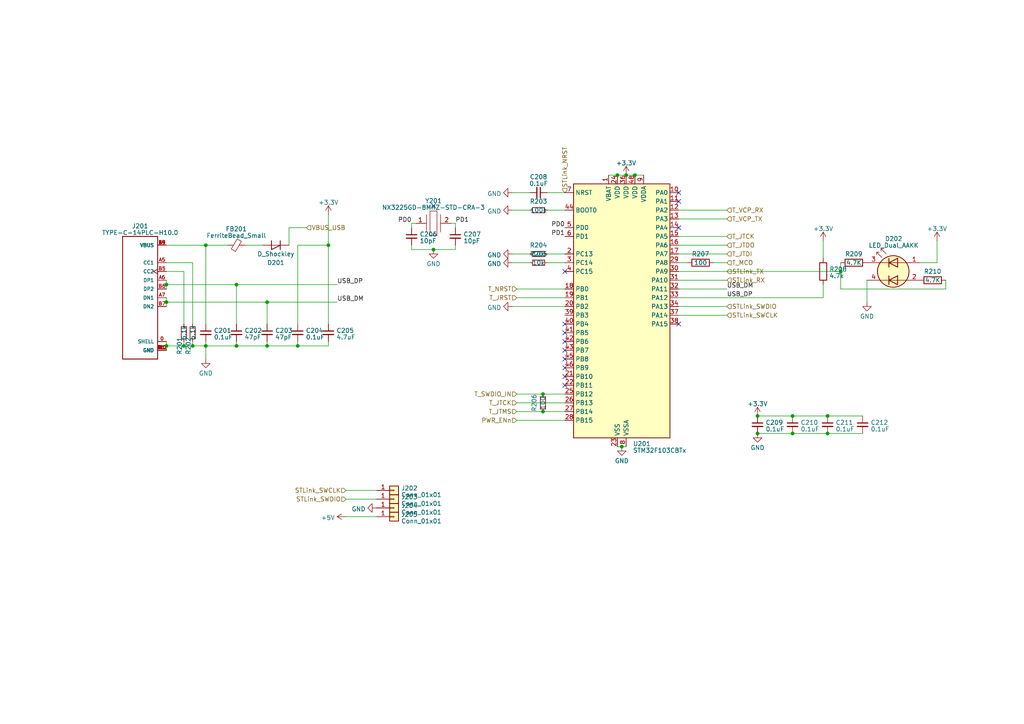
<source format=kicad_sch>
(kicad_sch (version 20230121) (generator eeschema)
  (paper "A4")
  (lib_symbols
    (symbol "Connector_Generic:Conn_01x01" (pin_names (offset 1.016) hide)
      (property "Reference" "J" (at 0 2.54 0))
      (property "Value" "Conn_01x01" (at 0 -2.54 0))
      (symbol "Conn_01x01_1_1"
        (rectangle (start -1.27 0.127) (end 0 -0.127) (stroke (width 0.1524)))
        (rectangle (start -1.27 1.27) (end 1.27 -1.27) (stroke (width 0.254)) (fill (type background)))
        (pin passive line (at -5.08 0 0) (length 3.81) (name "Pin_1") (number "1"))
      )
    )
    (symbol "Device:C_Small" (pin_numbers hide) (pin_names (offset 0.254) hide)
      (property "Reference" "C" (at 0.254 1.778 0))
      (property "Value" "C_Small" (at 0.254 -2.032 0))
      (symbol "C_Small_0_1"
        (polyline (pts (xy -1.524 -0.508) (xy 1.524 -0.508)) (stroke (width 0.3302)))
        (polyline (pts (xy -1.524 0.508) (xy 1.524 0.508)) (stroke (width 0.3048)))
      )
      (symbol "C_Small_1_1"
        (pin passive line (at 0 2.54 270) (length 2.032) (name "~") (number "1"))
        (pin passive line (at 0 -2.54 90) (length 2.032) (name "~") (number "2"))
      )
    )
    (symbol "Device:D_Shockley" (pin_numbers hide) (pin_names (offset 1.016) hide)
      (property "Reference" "D" (at 0 2.54 0))
      (property "Value" "D_Shockley" (at 0 -2.54 0))
      (symbol "D_Shockley_0_1"
        (polyline (pts (xy -1.27 0) (xy 1.27 0)))
        (polyline (pts (xy -1.27 1.27) (xy -1.27 -1.27)) (stroke (width 0.254)))
        (polyline (pts (xy -1.27 0) (xy 1.27 1.27) (xy 1.27 -1.27)) (stroke (width 0.254)))
      )
      (symbol "D_Shockley_1_1"
        (pin passive line (at -3.81 0 0) (length 2.54) (name "K") (number "1"))
        (pin passive line (at 3.81 0 180) (length 2.54) (name "A") (number "2"))
      )
    )
    (symbol "Device:FerriteBead_Small" (pin_numbers hide) (pin_names (offset 0))
      (property "Reference" "FB" (at 1.905 1.27 0))
      (property "Value" "FerriteBead_Small" (at 1.905 -1.27 0))
      (symbol "FerriteBead_Small_0_1"
        (polyline (pts (xy 0 -1.27) (xy 0 -0.7874)))
        (polyline (pts (xy 0 0.889) (xy 0 1.2954)))
        (polyline (pts (xy -1.8288 0.2794) (xy -1.1176 1.4986) (xy 1.8288 -0.2032) (xy 1.1176 -1.4224) (xy -1.8288 0.2794)))
      )
      (symbol "FerriteBead_Small_1_1"
        (pin passive line (at 0 2.54 270) (length 1.27) (name "~") (number "1"))
        (pin passive line (at 0 -2.54 90) (length 1.27) (name "~") (number "2"))
      )
    )
    (symbol "Device:LED_Dual_AAKK" (pin_names (offset 0) hide)
      (property "Reference" "D" (at 0 5.715 0))
      (property "Value" "LED_Dual_AAKK" (at 0 -6.35 0))
      (symbol "LED_Dual_AAKK_0_1"
        (polyline (pts (xy -5.08 -2.54) (xy 2.032 -2.54)))
        (polyline (pts (xy -5.08 2.54) (xy 2.032 2.54)))
        (polyline (pts (xy 1.27 -1.27) (xy 1.27 -3.81)) (stroke (width 0.254)))
        (polyline (pts (xy 1.27 3.81) (xy 1.27 1.27)) (stroke (width 0.254)))
        (polyline (pts (xy 3.81 -2.54) (xy 1.905 -2.54)))
        (polyline (pts (xy 3.81 2.54) (xy 1.905 2.54)))
        (polyline (pts (xy -1.27 -1.27) (xy -1.27 -3.81) (xy 1.27 -2.54) (xy -1.27 -1.27)) (stroke (width 0.254)))
        (polyline (pts (xy -1.27 3.81) (xy -1.27 1.27) (xy 1.27 2.54) (xy -1.27 3.81)) (stroke (width 0.254)))
        (polyline (pts (xy 2.032 5.08) (xy 3.556 6.604) (xy 2.794 6.604) (xy 3.556 6.604) (xy 3.556 5.842)))
        (polyline (pts (xy 3.302 4.064) (xy 4.826 5.588) (xy 4.064 5.588) (xy 4.826 5.588) (xy 4.826 4.826)))
        (circle (center 0 0) (radius 4.572) (stroke (width 0.254)) (fill (type background)))
      )
      (symbol "LED_Dual_AAKK_1_1"
        (pin input line (at -7.62 2.54 0) (length 3.048) (name "A1") (number "1"))
        (pin input line (at -7.62 -2.54 0) (length 3.048) (name "A2") (number "2"))
        (pin input line (at 7.62 2.54 180) (length 3.81) (name "K1") (number "3"))
        (pin input line (at 7.62 -2.54 180) (length 3.81) (name "K2") (number "4"))
      )
    )
    (symbol "Device:R" (pin_numbers hide) (pin_names (offset 0))
      (property "Reference" "R" (at 2.032 0 90))
      (property "Value" "R" (at 0 0 90))
      (symbol "R_0_1"
        (rectangle (start -1.016 -2.54) (end 1.016 2.54) (stroke (width 0.254)))
      )
      (symbol "R_1_1"
        (pin passive line (at 0 3.81 270) (length 1.27) (name "~") (number "1"))
        (pin passive line (at 0 -3.81 90) (length 1.27) (name "~") (number "2"))
      )
    )
    (symbol "Device:R_Small" (pin_numbers hide) (pin_names (offset 0.254) hide)
      (property "Reference" "R" (at 0.762 0.508 0))
      (property "Value" "R_Small" (at 0.762 -1.016 0))
      (symbol "R_Small_0_1"
        (rectangle (start -0.762 1.778) (end 0.762 -1.778) (stroke (width 0.2032)))
      )
      (symbol "R_Small_1_1"
        (pin passive line (at 0 2.54 270) (length 0.762) (name "~") (number "1"))
        (pin passive line (at 0 -2.54 90) (length 0.762) (name "~") (number "2"))
      )
    )
    (symbol "MCU_ST_STM32F1:STM32F103CBTx"
      (property "Reference" "U" (at -12.7 39.37 0))
      (property "Value" "STM32F103CBTx" (at 10.16 39.37 0))
      (symbol "STM32F103CBTx_0_1"
        (rectangle (start -12.7 -35.56) (end 15.24 38.1) (stroke (width 0.254)) (fill (type background)))
      )
      (symbol "STM32F103CBTx_1_1"
        (pin power_in line (at -2.54 40.64 270) (length 2.54) (name "VBAT") (number "1"))
        (pin bidirectional line (at 17.78 35.56 180) (length 2.54) (name "PA0") (number "10"))
        (pin bidirectional line (at 17.78 33.02 180) (length 2.54) (name "PA1") (number "11"))
        (pin bidirectional line (at 17.78 30.48 180) (length 2.54) (name "PA2") (number "12"))
        (pin bidirectional line (at 17.78 27.94 180) (length 2.54) (name "PA3") (number "13"))
        (pin bidirectional line (at 17.78 25.4 180) (length 2.54) (name "PA4") (number "14"))
        (pin bidirectional line (at 17.78 22.86 180) (length 2.54) (name "PA5") (number "15"))
        (pin bidirectional line (at 17.78 20.32 180) (length 2.54) (name "PA6") (number "16"))
        (pin bidirectional line (at 17.78 17.78 180) (length 2.54) (name "PA7") (number "17"))
        (pin bidirectional line (at -15.24 7.62 0) (length 2.54) (name "PB0") (number "18"))
        (pin bidirectional line (at -15.24 5.08 0) (length 2.54) (name "PB1") (number "19"))
        (pin bidirectional line (at -15.24 17.78 0) (length 2.54) (name "PC13") (number "2"))
        (pin bidirectional line (at -15.24 2.54 0) (length 2.54) (name "PB2") (number "20"))
        (pin bidirectional line (at -15.24 -17.78 0) (length 2.54) (name "PB10") (number "21"))
        (pin bidirectional line (at -15.24 -20.32 0) (length 2.54) (name "PB11") (number "22"))
        (pin power_in line (at 0 -38.1 90) (length 2.54) (name "VSS") (number "23"))
        (pin power_in line (at 0 40.64 270) (length 2.54) (name "VDD") (number "24"))
        (pin bidirectional line (at -15.24 -22.86 0) (length 2.54) (name "PB12") (number "25"))
        (pin bidirectional line (at -15.24 -25.4 0) (length 2.54) (name "PB13") (number "26"))
        (pin bidirectional line (at -15.24 -27.94 0) (length 2.54) (name "PB14") (number "27"))
        (pin bidirectional line (at -15.24 -30.48 0) (length 2.54) (name "PB15") (number "28"))
        (pin bidirectional line (at 17.78 15.24 180) (length 2.54) (name "PA8") (number "29"))
        (pin bidirectional line (at -15.24 15.24 0) (length 2.54) (name "PC14") (number "3"))
        (pin bidirectional line (at 17.78 12.7 180) (length 2.54) (name "PA9") (number "30"))
        (pin bidirectional line (at 17.78 10.16 180) (length 2.54) (name "PA10") (number "31"))
        (pin bidirectional line (at 17.78 7.62 180) (length 2.54) (name "PA11") (number "32"))
        (pin bidirectional line (at 17.78 5.08 180) (length 2.54) (name "PA12") (number "33"))
        (pin bidirectional line (at 17.78 2.54 180) (length 2.54) (name "PA13") (number "34"))
        (pin passive line (at 0 -38.1 90) (length 2.54) hide (name "VSS") (number "35"))
        (pin power_in line (at 2.54 40.64 270) (length 2.54) (name "VDD") (number "36"))
        (pin bidirectional line (at 17.78 0 180) (length 2.54) (name "PA14") (number "37"))
        (pin bidirectional line (at 17.78 -2.54 180) (length 2.54) (name "PA15") (number "38"))
        (pin bidirectional line (at -15.24 0 0) (length 2.54) (name "PB3") (number "39"))
        (pin bidirectional line (at -15.24 12.7 0) (length 2.54) (name "PC15") (number "4"))
        (pin bidirectional line (at -15.24 -2.54 0) (length 2.54) (name "PB4") (number "40"))
        (pin bidirectional line (at -15.24 -5.08 0) (length 2.54) (name "PB5") (number "41"))
        (pin bidirectional line (at -15.24 -7.62 0) (length 2.54) (name "PB6") (number "42"))
        (pin bidirectional line (at -15.24 -10.16 0) (length 2.54) (name "PB7") (number "43"))
        (pin input line (at -15.24 30.48 0) (length 2.54) (name "BOOT0") (number "44"))
        (pin bidirectional line (at -15.24 -12.7 0) (length 2.54) (name "PB8") (number "45"))
        (pin bidirectional line (at -15.24 -15.24 0) (length 2.54) (name "PB9") (number "46"))
        (pin passive line (at 0 -38.1 90) (length 2.54) hide (name "VSS") (number "47"))
        (pin power_in line (at 5.08 40.64 270) (length 2.54) (name "VDD") (number "48"))
        (pin bidirectional line (at -15.24 25.4 0) (length 2.54) (name "PD0") (number "5"))
        (pin bidirectional line (at -15.24 22.86 0) (length 2.54) (name "PD1") (number "6"))
        (pin input line (at -15.24 35.56 0) (length 2.54) (name "NRST") (number "7"))
        (pin power_in line (at 2.54 -38.1 90) (length 2.54) (name "VSSA") (number "8"))
        (pin power_in line (at 7.62 40.64 270) (length 2.54) (name "VDDA") (number "9"))
      )
    )
    (symbol "SamacSys_Parts:NX3225GD-8MHZ-STD-CRA-3" (pin_names (offset 0.762))
      (property "Reference" "Y" (at 8.89 6.35 0))
      (property "Value" "NX3225GD-8MHZ-STD-CRA-3" (at 8.89 3.81 0))
      (symbol "NX3225GD-8MHZ-STD-CRA-3_0_0"
        (pin passive line (at 0 0 0) (length 2.54) (name "~") (number "1"))
        (pin passive line (at 10.16 0 180) (length 2.54) (name "~") (number "2"))
      )
      (symbol "NX3225GD-8MHZ-STD-CRA-3_0_1"
        (polyline (pts (xy 3.048 0) (xy 2.54 0)) (stroke (width 0.1524)))
        (polyline (pts (xy 3.048 2.54) (xy 3.048 -2.54)) (stroke (width 0.1524)))
        (polyline (pts (xy 7.112 0) (xy 7.62 0)) (stroke (width 0.1524)))
        (polyline (pts (xy 7.112 2.54) (xy 7.112 -2.54)) (stroke (width 0.1524)))
        (polyline (pts (xy 4.064 3.556) (xy 4.064 -3.556) (xy 6.096 -3.556) (xy 6.096 3.556) (xy 4.064 3.556)) (stroke (width 0.1524)))
      )
    )
    (symbol "power:+3.3V" (power) (pin_names (offset 0))
      (property "Value" "+3.3V" (at 0 3.556 0))
      (symbol "+3.3V_0_1"
        (polyline (pts (xy -0.762 1.27) (xy 0 2.54)))
        (polyline (pts (xy 0 0) (xy 0 2.54)))
        (polyline (pts (xy 0 2.54) (xy 0.762 1.27)))
      )
      (symbol "+3.3V_1_1"
        (pin power_in line (at 0 0 90) (length 0) hide (name "+3.3V") (number "1"))
      )
    )
    (symbol "power:+5V" (power) (pin_names (offset 0))
      (property "Value" "+5V" (at 0 3.556 0))
      (symbol "+5V_0_1"
        (polyline (pts (xy -0.762 1.27) (xy 0 2.54)))
        (polyline (pts (xy 0 0) (xy 0 2.54)))
        (polyline (pts (xy 0 2.54) (xy 0.762 1.27)))
      )
      (symbol "+5V_1_1"
        (pin power_in line (at 0 0 90) (length 0) hide (name "+5V") (number "1"))
      )
    )
    (symbol "power:GND" (power) (pin_names (offset 0))
      (property "Value" "GND" (at 0 -3.81 0))
      (symbol "GND_0_1"
        (polyline (pts (xy 0 0) (xy 0 -1.27) (xy 1.27 -1.27) (xy 0 -2.54) (xy -1.27 -1.27) (xy 0 -1.27)))
      )
      (symbol "GND_1_1"
        (pin power_in line (at 0 0 270) (length 0) hide (name "GND") (number "1"))
      )
    )
    (symbol "user:TYPE-C-14PLC-H10.0" (pin_names (offset 1.016))
      (property "Reference" "J" (at 0 20.32 0))
      (property "Value" "TYPE-C-14PLC-H10.0" (at 0 17.78 0))
      (symbol "TYPE-C-14PLC-H10.0_1_1"
        (polyline (pts (xy -5.08 -19.05) (xy -5.08 16.51)) (stroke (width 0.254)))
        (polyline (pts (xy -5.08 16.51) (xy 5.08 16.51)) (stroke (width 0.254)))
        (polyline (pts (xy 5.08 -19.05) (xy -5.08 -19.05)) (stroke (width 0.254)))
        (polyline (pts (xy 5.08 16.51) (xy 5.08 -19.05)) (stroke (width 0.254)))
        (pin bidirectional line (at -7.62 -13.97 0) (length 2.54) (name "SHELL") (number "0"))
        (pin passive line (at -7.62 -16.51 0) (length 2.54) (name "GND") (number "A1"))
        (pin passive line (at -7.62 -16.51 0) (length 2.54) (name "GND") (number "A12"))
        (pin power_in line (at -7.62 13.97 0) (length 2.54) (name "VBUS") (number "A4"))
        (pin bidirectional line (at -7.62 8.89 0) (length 2.54) (name "CC1") (number "A5"))
        (pin bidirectional line (at -7.62 3.81 0) (length 2.54) (name "DP1") (number "A6"))
        (pin bidirectional line (at -7.62 -1.27 0) (length 2.54) (name "DN1") (number "A7"))
        (pin power_in line (at -7.62 13.97 0) (length 2.54) (name "VBUS") (number "A9"))
        (pin passive line (at -7.62 -16.51 0) (length 2.54) (name "GND") (number "B1"))
        (pin passive line (at -7.62 -16.51 0) (length 2.54) (name "GND") (number "B12"))
        (pin power_in line (at -7.62 13.97 0) (length 2.54) (name "VBUS") (number "B4"))
        (pin bidirectional clock (at -7.62 6.35 0) (length 2.54) (name "CC2") (number "B5"))
        (pin bidirectional line (at -7.62 1.27 0) (length 2.54) (name "DP2") (number "B6"))
        (pin bidirectional line (at -7.62 -3.81 0) (length 2.54) (name "DN2") (number "B7"))
        (pin power_in line (at -7.62 13.97 0) (length 2.54) (name "VBUS") (number "B9"))
      )
    )
  )
  (junction (at 240.03 125.73))
  (junction (at 240.03 120.65))
  (junction (at 181.61 50.8))
  (junction (at 125.73 72.39))
  (junction (at 180.34 129.54))
  (junction (at 53.34 100.33))
  (junction (at 68.58 100.33))
  (junction (at 77.47 87.63))
  (junction (at 48.26 100.33))
  (junction (at 219.71 120.65))
  (junction (at 48.26 87.63))
  (junction (at 59.69 100.33))
  (junction (at 55.88 100.33))
  (junction (at 86.36 100.33))
  (junction (at 219.71 125.73))
  (junction (at 179.07 50.8))
  (junction (at 59.69 71.12))
  (junction (at 229.87 125.73))
  (junction (at 157.48 114.3))
  (junction (at 243.84 78.74))
  (junction (at 68.58 82.55))
  (junction (at 95.25 71.12))
  (junction (at 229.87 120.65))
  (junction (at 184.15 50.8))
  (junction (at 77.47 100.33))
  (junction (at 157.48 119.38))
  (junction (at 48.26 82.55))
  (no_connect (at 125.73 59.69))
  (no_connect (at 163.83 111.76))
  (no_connect (at 196.85 66.04))
  (no_connect (at 163.83 109.22))
  (no_connect (at 163.83 78.74))
  (no_connect (at 196.85 58.42))
  (no_connect (at 196.85 55.88))
  (no_connect (at 196.85 93.98))
  (no_connect (at 163.83 99.06))
  (no_connect (at 163.83 104.14))
  (no_connect (at 163.83 106.68))
  (no_connect (at 163.83 96.52))
  (no_connect (at 163.83 101.6))
  (no_connect (at 163.83 93.98))
  (wire (pts (xy 77.47 87.63) (xy 97.79 87.63)))
  (wire (pts (xy 59.69 100.33) (xy 68.58 100.33)))
  (wire (pts (xy 95.25 71.12) (xy 95.25 93.98)))
  (wire (pts (xy 86.36 100.33) (xy 95.25 100.33)))
  (wire (pts (xy 68.58 82.55) (xy 97.79 82.55)))
  (wire (pts (xy 119.38 64.77) (xy 120.65 64.77)))
  (wire (pts (xy 86.36 99.06) (xy 86.36 100.33)))
  (wire (pts (xy 157.48 114.3) (xy 163.83 114.3)))
  (wire (pts (xy 48.26 100.33) (xy 48.26 101.6)))
  (wire (pts (xy 48.26 78.74) (xy 53.34 78.74)))
  (wire (pts (xy 179.07 50.8) (xy 181.61 50.8)))
  (wire (pts (xy 119.38 64.77) (xy 119.38 66.04)))
  (wire (pts (xy 149.86 119.38) (xy 157.48 119.38)))
  (wire (pts (xy 125.73 72.39) (xy 132.08 72.39)))
  (wire (pts (xy 68.58 100.33) (xy 77.47 100.33)))
  (wire (pts (xy 148.59 73.66) (xy 153.67 73.66)))
  (wire (pts (xy 196.85 83.82) (xy 210.82 83.82)))
  (wire (pts (xy 196.85 78.74) (xy 243.84 78.74)))
  (wire (pts (xy 48.26 100.33) (xy 53.34 100.33)))
  (wire (pts (xy 55.88 76.2) (xy 55.88 93.98)))
  (wire (pts (xy 86.36 71.12) (xy 95.25 71.12)))
  (wire (pts (xy 83.82 66.04) (xy 83.82 71.12)))
  (wire (pts (xy 59.69 71.12) (xy 59.69 93.98)))
  (wire (pts (xy 196.85 68.58) (xy 210.82 68.58)))
  (wire (pts (xy 48.26 71.12) (xy 59.69 71.12)))
  (wire (pts (xy 148.59 88.9) (xy 163.83 88.9)))
  (wire (pts (xy 158.75 60.96) (xy 163.83 60.96)))
  (wire (pts (xy 119.38 71.12) (xy 119.38 72.39)))
  (wire (pts (xy 219.71 125.73) (xy 229.87 125.73)))
  (wire (pts (xy 184.15 50.8) (xy 186.69 50.8)))
  (wire (pts (xy 83.82 66.04) (xy 88.9 66.04)))
  (wire (pts (xy 207.01 76.2) (xy 210.82 76.2)))
  (wire (pts (xy 71.12 71.12) (xy 76.2 71.12)))
  (wire (pts (xy 251.46 81.28) (xy 251.46 87.63)))
  (wire (pts (xy 68.58 99.06) (xy 68.58 100.33)))
  (wire (pts (xy 100.33 149.86) (xy 109.22 149.86)))
  (wire (pts (xy 55.88 99.06) (xy 55.88 100.33)))
  (wire (pts (xy 48.26 99.06) (xy 48.26 100.33)))
  (wire (pts (xy 243.84 76.2) (xy 243.84 78.74)))
  (wire (pts (xy 266.7 76.2) (xy 271.78 76.2)))
  (wire (pts (xy 48.26 87.63) (xy 48.26 88.9)))
  (wire (pts (xy 148.59 76.2) (xy 153.67 76.2)))
  (wire (pts (xy 180.34 129.54) (xy 181.61 129.54)))
  (wire (pts (xy 77.47 99.06) (xy 77.47 100.33)))
  (wire (pts (xy 148.59 55.88) (xy 153.67 55.88)))
  (wire (pts (xy 149.86 86.36) (xy 163.83 86.36)))
  (wire (pts (xy 48.26 82.55) (xy 48.26 83.82)))
  (wire (pts (xy 238.76 82.55) (xy 238.76 86.36)))
  (wire (pts (xy 196.85 88.9) (xy 210.82 88.9)))
  (wire (pts (xy 86.36 71.12) (xy 86.36 93.98)))
  (wire (pts (xy 158.75 55.88) (xy 163.83 55.88)))
  (wire (pts (xy 229.87 125.73) (xy 240.03 125.73)))
  (wire (pts (xy 149.86 121.92) (xy 163.83 121.92)))
  (wire (pts (xy 132.08 64.77) (xy 132.08 66.04)))
  (wire (pts (xy 196.85 91.44) (xy 210.82 91.44)))
  (wire (pts (xy 271.78 69.85) (xy 271.78 76.2)))
  (wire (pts (xy 181.61 50.8) (xy 184.15 50.8)))
  (wire (pts (xy 274.32 81.28) (xy 274.32 83.82)))
  (wire (pts (xy 196.85 73.66) (xy 210.82 73.66)))
  (wire (pts (xy 53.34 100.33) (xy 55.88 100.33)))
  (wire (pts (xy 240.03 120.65) (xy 250.19 120.65)))
  (wire (pts (xy 229.87 120.65) (xy 240.03 120.65)))
  (wire (pts (xy 196.85 81.28) (xy 210.82 81.28)))
  (wire (pts (xy 149.86 83.82) (xy 163.83 83.82)))
  (wire (pts (xy 238.76 69.85) (xy 238.76 74.93)))
  (wire (pts (xy 48.26 81.28) (xy 48.26 82.55)))
  (wire (pts (xy 48.26 82.55) (xy 68.58 82.55)))
  (wire (pts (xy 149.86 116.84) (xy 163.83 116.84)))
  (wire (pts (xy 68.58 82.55) (xy 68.58 93.98)))
  (wire (pts (xy 95.25 62.23) (xy 95.25 71.12)))
  (wire (pts (xy 59.69 99.06) (xy 59.69 100.33)))
  (wire (pts (xy 158.75 73.66) (xy 163.83 73.66)))
  (wire (pts (xy 148.59 60.96) (xy 153.67 60.96)))
  (wire (pts (xy 196.85 71.12) (xy 210.82 71.12)))
  (wire (pts (xy 243.84 78.74) (xy 243.84 83.82)))
  (wire (pts (xy 243.84 83.82) (xy 274.32 83.82)))
  (wire (pts (xy 149.86 114.3) (xy 157.48 114.3)))
  (wire (pts (xy 176.53 50.8) (xy 179.07 50.8)))
  (wire (pts (xy 55.88 100.33) (xy 59.69 100.33)))
  (wire (pts (xy 196.85 76.2) (xy 199.39 76.2)))
  (wire (pts (xy 240.03 125.73) (xy 250.19 125.73)))
  (wire (pts (xy 179.07 129.54) (xy 180.34 129.54)))
  (wire (pts (xy 48.26 87.63) (xy 77.47 87.63)))
  (wire (pts (xy 95.25 99.06) (xy 95.25 100.33)))
  (wire (pts (xy 59.69 71.12) (xy 66.04 71.12)))
  (wire (pts (xy 219.71 120.65) (xy 229.87 120.65)))
  (wire (pts (xy 77.47 100.33) (xy 86.36 100.33)))
  (wire (pts (xy 53.34 78.74) (xy 53.34 93.98)))
  (wire (pts (xy 77.47 87.63) (xy 77.47 93.98)))
  (wire (pts (xy 48.26 76.2) (xy 55.88 76.2)))
  (wire (pts (xy 53.34 99.06) (xy 53.34 100.33)))
  (wire (pts (xy 196.85 63.5) (xy 210.82 63.5)))
  (wire (pts (xy 59.69 100.33) (xy 59.69 104.14)))
  (wire (pts (xy 48.26 86.36) (xy 48.26 87.63)))
  (wire (pts (xy 130.81 64.77) (xy 132.08 64.77)))
  (wire (pts (xy 119.38 72.39) (xy 125.73 72.39)))
  (wire (pts (xy 196.85 86.36) (xy 238.76 86.36)))
  (wire (pts (xy 100.33 144.78) (xy 109.22 144.78)))
  (wire (pts (xy 100.33 142.24) (xy 109.22 142.24)))
  (wire (pts (xy 132.08 71.12) (xy 132.08 72.39)))
  (wire (pts (xy 196.85 60.96) (xy 210.82 60.96)))
  (wire (pts (xy 158.75 76.2) (xy 163.83 76.2)))
  (wire (pts (xy 157.48 119.38) (xy 163.83 119.38)))
  (label "PD0" (at 163.83 66.04 180))
  (label "PD0" (at 119.38 64.77 180))
  (label "USB_DP" (at 210.82 86.36 0))
  (label "PD1" (at 163.83 68.58 180))
  (label "USB_DM" (at 97.79 87.63 0))
  (label "USB_DM" (at 210.82 83.82 0))
  (label "PD1" (at 132.08 64.77 0))
  (label "USB_DP" (at 97.79 82.55 0))
  (hierarchical_label "T_JRST" (shape input) (at 149.86 86.36 180))
  (hierarchical_label "T_JTMS" (shape input) (at 149.86 119.38 180))
  (hierarchical_label "T_JTCK" (shape input) (at 210.82 68.58 0))
  (hierarchical_label "T_JTDO" (shape input) (at 210.82 71.12 0))
  (hierarchical_label "STLink_TX" (shape input) (at 210.82 78.74 0))
  (hierarchical_label "STLink_SWCLK" (shape input) (at 100.33 142.24 180))
  (hierarchical_label "T_NRST" (shape input) (at 149.86 83.82 180))
  (hierarchical_label "STLink_SWDIO" (shape input) (at 210.82 88.9 0))
  (hierarchical_label "T_SWDIO_IN" (shape input) (at 149.86 114.3 180))
  (hierarchical_label "PWR_ENn" (shape input) (at 149.86 121.92 180))
  (hierarchical_label "STLink_NRST" (shape input) (at 163.83 55.88 90))
  (hierarchical_label "VBUS_USB" (shape input) (at 88.9 66.04 0))
  (hierarchical_label "STLink_SWDIO" (shape input) (at 100.33 144.78 180))
  (hierarchical_label "T_MCO" (shape input) (at 210.82 76.2 0))
  (hierarchical_label "STLink_SWCLK" (shape input) (at 210.82 91.44 0))
  (hierarchical_label "T_JTCK" (shape input) (at 149.86 116.84 180))
  (hierarchical_label "T_JTDI" (shape input) (at 210.82 73.66 0))
  (hierarchical_label "STLink_RX" (shape input) (at 210.82 81.28 0))
  (hierarchical_label "T_VCP_TX" (shape input) (at 210.82 63.5 0))
  (hierarchical_label "T_VCP_RX" (shape input) (at 210.82 60.96 0))
  (symbol (lib_id "Connector_Generic:Conn_01x01") (at 114.3 147.32 0) (unit 1)
    (property "Reference" "J204" (at 116.332 146.6763 0) (effects (justify left)))
    (property "Value" "Conn_01x01" (at 116.332 148.5973 0) (effects (justify left)))
    (property "Footprint" "TestPoint:TestPoint_Pad_D1.0mm" (effects hide))
  )
  (symbol (lib_id "Device:D_Shockley") (at 80.01 71.12 180) (unit 1)
    (property "Reference" "D201" (at 80.01 76.2 0))
    (property "Value" "D_Shockley" (at 80.01 73.66 0))
    (property "Footprint" "Diode_SMD:D_SOD-123" (effects hide))
    (property "LCSC" "C5380709" (effects hide))
  )
  (symbol (lib_id "Connector_Generic:Conn_01x01") (at 114.3 149.86 0) (unit 1)
    (property "Reference" "J205" (at 116.332 149.2163 0) (effects (justify left)))
    (property "Value" "Conn_01x01" (at 116.332 151.1373 0) (effects (justify left)))
    (property "Footprint" "TestPoint:TestPoint_Pad_D1.0mm" (effects hide))
  )
  (symbol (lib_id "user:TYPE-C-14PLC-H10.0") (at 40.64 85.09 0) (mirror y) (unit 1)
    (property "Reference" "J201" (at 40.64 65.5701 0))
    (property "Value" "TYPE-C-14PLC-H10.0" (at 40.64 67.4911 0))
    (property "Footprint" "Type-C:USB-C-TH_SHOUHAN_TYPE-C-14PLC-H10.0" (effects hide))
    (property "LCSC" "C3151746" (effects hide))
  )
  (symbol (lib_id "Device:R") (at 247.65 76.2 90) (unit 1)
    (property "Reference" "R209" (at 247.65 73.66 90))
    (property "Value" "4.7K" (at 247.65 76.2 90))
    (property "Footprint" "Resistor_SMD:R_0402_1005Metric" (effects hide))
    (property "LCSC" "C25900" (effects hide))
  )
  (symbol (lib_id "power:GND") (at 148.59 60.96 270) (unit 1)
    (property "Reference" "#PWR0207" (effects hide))
    (property "Value" "GND" (at 145.4151 61.2768 90) (effects (justify right)))
  )
  (symbol (lib_id "Device:C_Small") (at 119.38 68.58 0) (unit 1)
    (property "Reference" "C206" (at 121.7041 67.9426 0) (effects (justify left)))
    (property "Value" "10pF" (at 121.7041 69.8636 0) (effects (justify left)))
    (property "Footprint" "Capacitor_SMD:C_0402_1005Metric" (effects hide))
    (property "LCSC" "C32949" (effects hide))
  )
  (symbol (lib_id "Device:R_Small") (at 156.21 76.2 90) (unit 1)
    (property "Reference" "R205" (at 156.21 73.66 90))
    (property "Value" "10k" (at 156.21 76.2 90))
    (property "Footprint" "Resistor_SMD:R_0402_1005Metric" (effects hide))
    (property "LCSC" "C25744" (effects hide))
  )
  (symbol (lib_id "power:GND") (at 148.59 73.66 270) (unit 1)
    (property "Reference" "#PWR0208" (effects hide))
    (property "Value" "GND" (at 145.4151 73.9768 90) (effects (justify right)))
  )
  (symbol (lib_id "Device:R_Small") (at 157.48 116.84 180) (unit 1)
    (property "Reference" "R206" (at 154.94 116.84 90))
    (property "Value" "100" (at 157.48 116.84 90))
    (property "Footprint" "Resistor_SMD:R_0402_1005Metric" (effects hide))
    (property "LCSC" "C25076" (effects hide))
  )
  (symbol (lib_id "Device:C_Small") (at 95.25 96.52 0) (unit 1)
    (property "Reference" "C205" (at 97.5741 95.8826 0) (effects (justify left)))
    (property "Value" "4.7uF" (at 97.5741 97.8036 0) (effects (justify left)))
    (property "Footprint" "Capacitor_SMD:C_0805_2012Metric" (effects hide))
    (property "LCSC" "C1779" (effects hide))
  )
  (symbol (lib_id "power:GND") (at 125.73 72.39 0) (unit 1)
    (property "Reference" "#PWR0205" (effects hide))
    (property "Value" "GND" (at 125.73 76.5255 0))
  )
  (symbol (lib_id "Device:C_Small") (at 156.21 55.88 270) (unit 1)
    (property "Reference" "C208" (at 156.2036 51.308 90))
    (property "Value" "0.1uF" (at 156.2036 53.229 90))
    (property "Footprint" "Capacitor_SMD:C_0402_1005Metric" (effects hide))
    (property "LCSC" "C307331" (effects hide))
  )
  (symbol (lib_id "Connector_Generic:Conn_01x01") (at 114.3 144.78 0) (unit 1)
    (property "Reference" "J203" (at 116.332 144.1363 0) (effects (justify left)))
    (property "Value" "Conn_01x01" (at 116.332 146.0573 0) (effects (justify left)))
    (property "Footprint" "TestPoint:TestPoint_Pad_D1.0mm" (effects hide))
  )
  (symbol (lib_id "Device:R") (at 203.2 76.2 90) (unit 1)
    (property "Reference" "R207" (at 203.2 73.66 90))
    (property "Value" "100" (at 203.2 76.2 90))
    (property "Footprint" "Resistor_SMD:R_0402_1005Metric" (effects hide))
    (property "LCSC" "C25076" (effects hide))
  )
  (symbol (lib_id "Device:R_Small") (at 53.34 96.52 180) (unit 1)
    (property "Reference" "R201" (at 52.07 100.33 90))
    (property "Value" "5.1k" (at 53.34 96.52 90))
    (property "Footprint" "Resistor_SMD:R_0402_1005Metric" (effects hide))
    (property "LCSC" "C25905" (effects hide))
  )
  (symbol (lib_id "power:+5V") (at 100.33 149.86 90) (unit 1)
    (property "Reference" "#PWR0203" (effects hide))
    (property "Value" "+5V" (at 97.1551 150.1768 90) (effects (justify left)))
  )
  (symbol (lib_id "Device:R_Small") (at 156.21 73.66 90) (unit 1)
    (property "Reference" "R204" (at 156.21 71.12 90))
    (property "Value" "10k" (at 156.21 73.66 90))
    (property "Footprint" "Resistor_SMD:R_0402_1005Metric" (effects hide))
    (property "LCSC" "C25744" (effects hide))
  )
  (symbol (lib_id "Device:C_Small") (at 229.87 123.19 0) (unit 1)
    (property "Reference" "C210" (at 232.1941 122.5526 0) (effects (justify left)))
    (property "Value" "0.1uF" (at 232.1941 124.4736 0) (effects (justify left)))
    (property "Footprint" "Capacitor_SMD:C_0402_1005Metric" (effects hide))
    (property "LCSC" "C307331" (effects hide))
  )
  (symbol (lib_id "Device:C_Small") (at 86.36 96.52 0) (unit 1)
    (property "Reference" "C204" (at 88.6841 95.8826 0) (effects (justify left)))
    (property "Value" "0.1uF" (at 88.6841 97.8036 0) (effects (justify left)))
    (property "Footprint" "Capacitor_SMD:C_0402_1005Metric" (effects hide))
    (property "LCSC" "C307331" (effects hide))
  )
  (symbol (lib_id "SamacSys_Parts:NX3225GD-8MHZ-STD-CRA-3") (at 120.65 64.77 0) (unit 1)
    (property "Reference" "Y201" (at 125.73 58.2549 0))
    (property "Value" "NX3225GD-8MHZ-STD-CRA-3" (at 125.73 60.1759 0))
    (property "Footprint" "SamacSys_Parts:NX3225GD8MHZSTDCRA3" (effects hide))
    (property "Datasheet" "https://th.mouser.com/datasheet/2/905/c_NX3225GD-STD-CRA-3_e-1317534.pdf" (effects hide))
    (property "Description" "A small surface-mount type crystal unit, ideal for an engine control CPU clock; delivering the high reliability that is particularly demanded by autom" (effects hide))
    (property "Height" "1" (effects hide))
    (property "Manufacturer_Name" "NDK" (effects hide))
    (property "Manufacturer_Part_Number" "NX3225GD-8MHZ-STD-CRA-3" (effects hide))
    (property "Mouser Part Number" "344-NX3225GD8MCRA3" (effects hide))
    (property "Mouser Price/Stock" "https://www.mouser.co.uk/ProductDetail/NDK/NX3225GD-8MHZ-STD-CRA-3?qs=55YtniHzbhDA0fw3anYH2g%3D%3D" (effects hide))
    (property "LCSC" "C889706" (effects hide))
  )
  (symbol (lib_id "Device:R") (at 270.51 81.28 90) (unit 1)
    (property "Reference" "R210" (at 270.51 78.74 90))
    (property "Value" "4.7K" (at 270.51 81.28 90))
    (property "Footprint" "Resistor_SMD:R_0402_1005Metric" (effects hide))
    (property "LCSC" "C25900" (effects hide))
  )
  (symbol (lib_id "Device:C_Small") (at 59.69 96.52 0) (unit 1)
    (property "Reference" "C201" (at 62.0141 95.8826 0) (effects (justify left)))
    (property "Value" "0.1uF" (at 62.0141 97.8036 0) (effects (justify left)))
    (property "Footprint" "Capacitor_SMD:C_0402_1005Metric" (effects hide))
    (property "LCSC" "C307331" (effects hide))
  )
  (symbol (lib_id "Device:C_Small") (at 250.19 123.19 0) (unit 1)
    (property "Reference" "C212" (at 252.5141 122.5526 0) (effects (justify left)))
    (property "Value" "0.1uF" (at 252.5141 124.4736 0) (effects (justify left)))
    (property "Footprint" "Capacitor_SMD:C_0402_1005Metric" (effects hide))
    (property "LCSC" "C307331" (effects hide))
  )
  (symbol (lib_id "Connector_Generic:Conn_01x01") (at 114.3 142.24 0) (unit 1)
    (property "Reference" "J202" (at 116.332 141.5963 0) (effects (justify left)))
    (property "Value" "Conn_01x01" (at 116.332 143.5173 0) (effects (justify left)))
    (property "Footprint" "TestPoint:TestPoint_Pad_D1.0mm" (effects hide))
  )
  (symbol (lib_id "power:GND") (at 180.34 129.54 0) (unit 1)
    (property "Reference" "#PWR0211" (effects hide))
    (property "Value" "GND" (at 180.34 133.6755 0))
  )
  (symbol (lib_id "MCU_ST_STM32F1:STM32F103CBTx") (at 179.07 91.44 0) (unit 1)
    (property "Reference" "U201" (at 183.5659 128.7225 0) (effects (justify left)))
    (property "Value" "STM32F103CBTx" (at 183.5659 130.6435 0) (effects (justify left)))
    (property "Footprint" "Package_QFP:LQFP-48_7x7mm_P0.5mm" (effects hide))
    (property "Datasheet" "https://www.st.com/resource/en/datasheet/stm32f103cb.pdf" (effects hide))
    (property "LCSC" "C8304" (effects hide))
  )
  (symbol (lib_id "Device:FerriteBead_Small") (at 68.58 71.12 90) (unit 1)
    (property "Reference" "FB201" (at 68.5419 66.4083 90))
    (property "Value" "FerriteBead_Small" (at 68.5419 68.3293 90))
    (property "Footprint" "Inductor_SMD:L_0603_1608Metric" (effects hide))
    (property "LCSC" "C2971884" (effects hide))
  )
  (symbol (lib_id "Device:C_Small") (at 219.71 123.19 0) (unit 1)
    (property "Reference" "C209" (at 222.0341 122.5526 0) (effects (justify left)))
    (property "Value" "0.1uF" (at 222.0341 124.4736 0) (effects (justify left)))
    (property "Footprint" "Capacitor_SMD:C_0402_1005Metric" (effects hide))
    (property "LCSC" "C307331" (effects hide))
  )
  (symbol (lib_id "power:+3.3V") (at 271.78 69.85 0) (unit 1)
    (property "Reference" "#PWR0217" (effects hide))
    (property "Value" "+3.3V" (at 271.78 66.3481 0))
  )
  (symbol (lib_id "Device:R_Small") (at 55.88 96.52 180) (unit 1)
    (property "Reference" "R202" (at 54.61 100.33 90))
    (property "Value" "5.1k" (at 55.88 96.52 90))
    (property "Footprint" "Resistor_SMD:R_0402_1005Metric" (effects hide))
    (property "LCSC" "C25905" (effects hide))
  )
  (symbol (lib_id "Device:C_Small") (at 77.47 96.52 0) (unit 1)
    (property "Reference" "C203" (at 79.7941 95.8826 0) (effects (justify left)))
    (property "Value" "47pF" (at 79.7941 97.8036 0) (effects (justify left)))
    (property "Footprint" "Capacitor_SMD:C_0402_1005Metric" (effects hide))
    (property "LCSC" "C1567" (effects hide))
  )
  (symbol (lib_id "power:GND") (at 251.46 87.63 0) (unit 1)
    (property "Reference" "#PWR0216" (effects hide))
    (property "Value" "GND" (at 251.46 91.7655 0))
  )
  (symbol (lib_id "power:+3.3V") (at 238.76 69.85 0) (unit 1)
    (property "Reference" "#PWR0215" (effects hide))
    (property "Value" "+3.3V" (at 238.76 66.3481 0))
  )
  (symbol (lib_id "power:GND") (at 148.59 76.2 270) (unit 1)
    (property "Reference" "#PWR0209" (effects hide))
    (property "Value" "GND" (at 145.4151 76.5168 90) (effects (justify right)))
  )
  (symbol (lib_id "Device:C_Small") (at 68.58 96.52 0) (unit 1)
    (property "Reference" "C202" (at 70.9041 95.8826 0) (effects (justify left)))
    (property "Value" "47pF" (at 70.9041 97.8036 0) (effects (justify left)))
    (property "Footprint" "Capacitor_SMD:C_0402_1005Metric" (effects hide))
    (property "LCSC" "C1567" (effects hide))
  )
  (symbol (lib_id "Device:R_Small") (at 156.21 60.96 90) (unit 1)
    (property "Reference" "R203" (at 156.21 58.42 90))
    (property "Value" "100k" (at 156.21 60.96 90))
    (property "Footprint" "Resistor_SMD:R_0402_1005Metric" (effects hide))
    (property "LCSC" "C25741" (effects hide))
  )
  (symbol (lib_id "Device:LED_Dual_AAKK") (at 259.08 78.74 0) (mirror y) (unit 1)
    (property "Reference" "D202" (at 259.207 69.2531 0))
    (property "Value" "LED_Dual_AAKK" (at 259.207 71.1741 0))
    (property "Footprint" "Kicad_Myfp:LED-SMD_4P-L1.6-W1.6-BL-RD" (effects hide))
    (property "LCSC" "C125104" (effects hide))
  )
  (symbol (lib_id "power:+3.3V") (at 95.25 62.23 0) (unit 1)
    (property "Reference" "#PWR0202" (effects hide))
    (property "Value" "+3.3V" (at 95.25 58.7281 0))
  )
  (symbol (lib_id "power:GND") (at 219.71 125.73 0) (unit 1)
    (property "Reference" "#PWR0214" (effects hide))
    (property "Value" "GND" (at 219.71 129.8655 0))
  )
  (symbol (lib_id "Device:C_Small") (at 132.08 68.58 0) (unit 1)
    (property "Reference" "C207" (at 134.4041 67.9426 0) (effects (justify left)))
    (property "Value" "10pF" (at 134.4041 69.8636 0) (effects (justify left)))
    (property "Footprint" "Capacitor_SMD:C_0402_1005Metric" (effects hide))
    (property "LCSC" "C32949" (effects hide))
  )
  (symbol (lib_id "power:GND") (at 148.59 88.9 270) (unit 1)
    (property "Reference" "#PWR0210" (effects hide))
    (property "Value" "GND" (at 145.4151 89.2168 90) (effects (justify right)))
  )
  (symbol (lib_id "power:GND") (at 148.59 55.88 270) (unit 1)
    (property "Reference" "#PWR0206" (effects hide))
    (property "Value" "GND" (at 145.4151 56.1968 90) (effects (justify right)))
  )
  (symbol (lib_id "power:GND") (at 59.69 104.14 0) (unit 1)
    (property "Reference" "#PWR0201" (effects hide))
    (property "Value" "GND" (at 59.69 108.2755 0))
  )
  (symbol (lib_id "power:+3.3V") (at 181.61 50.8 0) (unit 1)
    (property "Reference" "#PWR0212" (effects hide))
    (property "Value" "+3.3V" (at 181.61 47.2981 0))
  )
  (symbol (lib_id "power:+3.3V") (at 219.71 120.65 0) (unit 1)
    (property "Reference" "#PWR0213" (effects hide))
    (property "Value" "+3.3V" (at 219.71 117.1481 0))
  )
  (symbol (lib_id "Device:R") (at 238.76 78.74 0) (unit 1)
    (property "Reference" "R208" (at 240.538 78.0963 0) (effects (justify left)))
    (property "Value" "4.7k" (at 240.538 80.0173 0) (effects (justify left)))
    (property "Footprint" "Resistor_SMD:R_0402_1005Metric" (effects hide))
    (property "LCSC" "C25900" (effects hide))
  )
  (symbol (lib_id "power:GND") (at 109.22 147.32 270) (unit 1)
    (property "Reference" "#PWR0204" (effects hide))
    (property "Value" "GND" (at 106.0451 147.6368 90) (effects (justify right)))
  )
  (symbol (lib_id "Device:C_Small") (at 240.03 123.19 0) (unit 1)
    (property "Reference" "C211" (at 242.3541 122.5526 0) (effects (justify left)))
    (property "Value" "0.1uF" (at 242.3541 124.4736 0) (effects (justify left)))
    (property "Footprint" "Capacitor_SMD:C_0402_1005Metric" (effects hide))
    (property "LCSC" "C307331" (effects hide))
  )
)
</source>
